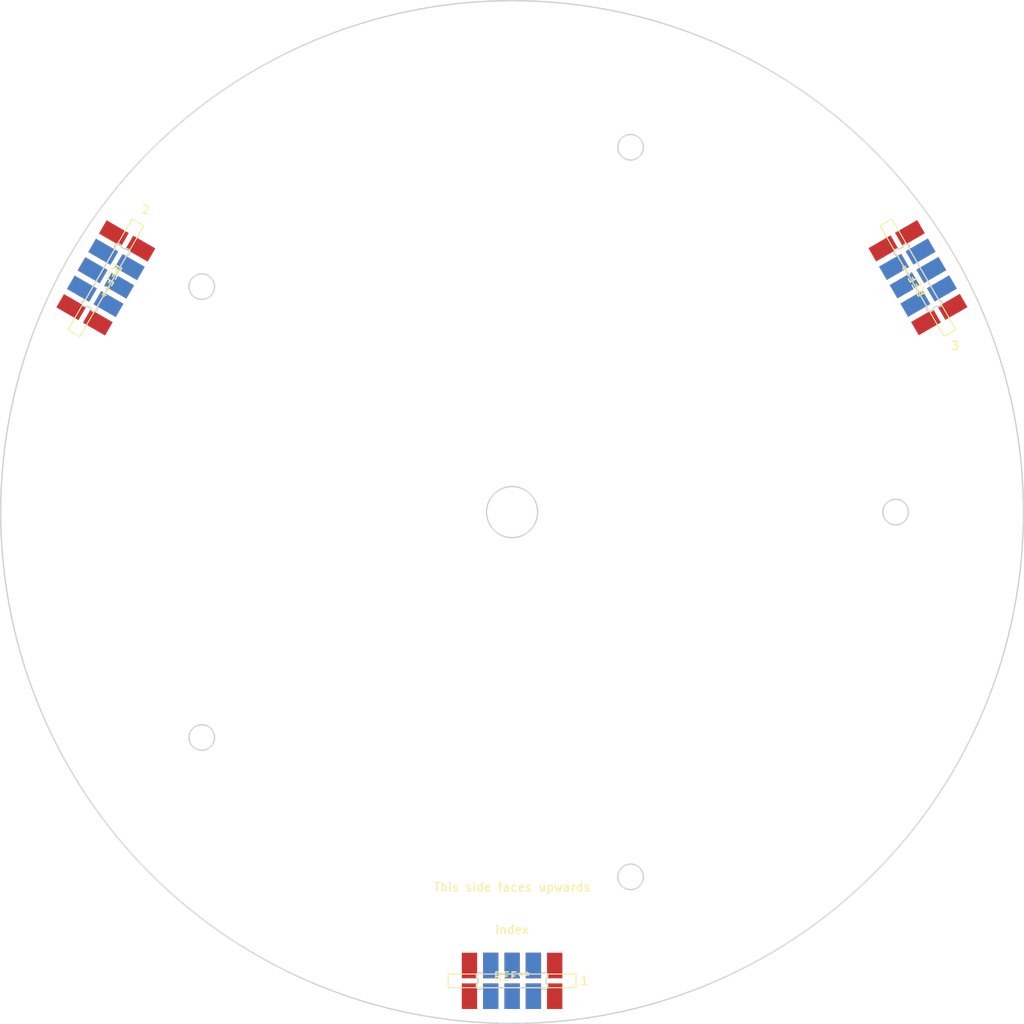
<source format=kicad_pcb>
(kicad_pcb (version 20200811) (host pcbnew "(5.99.0-2687-geae739d98)")

  (general
    (thickness 1.6)
    (drawings 36)
    (tracks 0)
    (modules 3)
    (nets 1)
  )

  (paper "A4")
  (layers
    (0 "F.Cu" signal)
    (31 "B.Cu" signal)
    (32 "B.Adhes" user)
    (33 "F.Adhes" user)
    (34 "B.Paste" user)
    (35 "F.Paste" user)
    (36 "B.SilkS" user)
    (37 "F.SilkS" user)
    (38 "B.Mask" user)
    (39 "F.Mask" user)
    (40 "Dwgs.User" user)
    (41 "Cmts.User" user)
    (42 "Eco1.User" user)
    (43 "Eco2.User" user)
    (44 "Edge.Cuts" user)
    (45 "Margin" user)
    (46 "B.CrtYd" user)
    (47 "F.CrtYd" user)
    (48 "B.Fab" user)
    (49 "F.Fab" user)
  )

  (setup
    (grid_origin 150 100)
    (pcbplotparams
      (layerselection 0x010fc_ffffffff)
      (usegerberextensions false)
      (usegerberattributes true)
      (usegerberadvancedattributes true)
      (creategerberjobfile true)
      (svguseinch false)
      (svgprecision 6)
      (excludeedgelayer true)
      (linewidth 0.100000)
      (plotframeref false)
      (viasonmask false)
      (mode 1)
      (useauxorigin false)
      (hpglpennumber 1)
      (hpglpenspeed 20)
      (hpglpendiameter 15.000000)
      (psnegative false)
      (psa4output false)
      (plotreference true)
      (plotvalue true)
      (plotinvisibletext false)
      (sketchpadsonfab false)
      (subtractmaskfromsilk false)
      (outputformat 1)
      (mirror false)
      (drillshape 1)
      (scaleselection 1)
      (outputdirectory "")
    )
  )

  (net 0 "")

  (module "common_footprints:8mm_base" (layer "F.Cu") (tedit 5F75A806) (tstamp 6c58a0f3-800e-4f6c-a1ac-f21b7efb9ca5)
    (at 102.338846 72.525064 -120)
    (fp_text reference "REF**" (at 0 -0.5 -120 unlocked) (layer "F.SilkS")
      (effects (font (size 1 1) (thickness 0.15)))
      (tstamp 7c43e2f6-e384-4229-bae8-33aa1a91ea65)
    )
    (fp_text value "8mm_base" (at 0 1 -120 unlocked) (layer "F.Fab")
      (effects (font (size 1 1) (thickness 0.15)))
      (tstamp e57389ab-a6cf-4936-879a-654a98dc04aa)
    )
    (fp_rect (start 7.5 -0.8) (end -7.5 0.8) (layer "F.SilkS") (width 0.12) (tstamp 3959c011-4997-4e80-939b-d4ca674a947f))
    (fp_rect (start -4 0.8) (end 4 -0.8) (layer "Dwgs.User") (width 0.1) (tstamp c4b8d671-aeb1-4ef0-8940-6abfbae0ba4a))
    (pad "1" smd rect (at -5 1.8 240) (size 1.8 3) (layers "F.Cu" "F.Mask") (tstamp 811e3ee4-e415-4b8a-b0cb-743c83da9ad4))
    (pad "2" smd rect (at -2.5 1.8 240) (size 1.8 3) (layers "F.Cu" "F.Mask") (tstamp 2387ba1d-6d7e-4400-9c66-6928052d9607))
    (pad "3" smd rect (at 0 1.8 240) (size 1.8 3) (layers "F.Cu" "F.Mask") (tstamp 3956eb73-cd6f-4091-ae77-c52a877962ac))
    (pad "4" smd rect (at 2.5 1.8 240) (size 1.8 3) (layers "F.Cu" "F.Mask") (tstamp e14908cc-fe82-4e62-86f4-9e5d3d365740))
    (pad "5" smd rect (at 5 1.8 240) (size 1.8 3) (layers "F.Cu" "F.Mask") (tstamp 4b90ec6b-61d6-409f-b6a3-1b659c167bc7))
    (pad "6" smd rect (at 5 -1.8 240) (size 1.8 3) (layers "F.Cu" "F.Mask") (tstamp e116f984-feba-4874-aa1d-7bc1f5e6efff))
    (pad "7" smd rect (at 2.5 -1.8 240) (size 1.8 3) (layers "F.Cu" "F.Mask") (tstamp 49ec4d47-bd91-423f-bf2e-7c34460c8b8c))
    (pad "8" smd rect (at 0 -1.8 240) (size 1.8 3) (layers "F.Cu" "F.Mask") (tstamp a92eb6dd-d348-4a69-b6b4-4498094f1bcb))
    (pad "9" smd rect (at -2.5 -1.8 240) (size 1.8 3) (layers "F.Cu" "F.Mask") (tstamp 0e12a9e1-c991-4af4-bf8a-13764d4e7e94))
    (pad "10" smd rect (at -5 -1.8 240) (size 1.8 3) (layers "F.Cu" "F.Mask") (tstamp f56243ac-0770-4dae-a43f-1426aeed22f1))
    (pad "11" smd rect (at -2.5 1.8 240) (size 1.8 3) (layers "B.Cu" "B.Mask")
      (solder_mask_margin 0.1) (tstamp d1a3fa65-6038-419d-afde-027055c35b43))
    (pad "12" smd rect (at 0 1.8 240) (size 1.8 3) (layers "B.Cu" "B.Mask")
      (solder_mask_margin 0.1) (tstamp 8b8581fa-fbc0-49e4-af3b-7e4d7ab14652))
    (pad "13" smd rect (at 2.5 1.8 240) (size 1.8 3) (layers "B.Cu" "B.Mask")
      (solder_mask_margin 0.1) (tstamp 67585816-3cba-44d6-853c-6e24e2859e7f))
    (pad "14" smd rect (at 2.5 -1.8 240) (size 1.8 3) (layers "B.Cu" "B.Mask")
      (solder_mask_margin 0.1) (tstamp 4c8be980-dc28-47e7-8af5-83202d040349))
    (pad "15" smd rect (at 0 -1.8 240) (size 1.8 3) (layers "B.Cu" "B.Mask")
      (solder_mask_margin 0.1) (tstamp fca793e8-9c1f-460b-8863-31bab04ee4e4))
    (pad "16" smd rect (at -2.5 -1.8 240) (size 1.8 3) (layers "B.Cu" "B.Mask")
      (solder_mask_margin 0.1) (tstamp 2619f8e9-ee32-4643-8bdd-704e0e787bde))
  )

  (module "common_footprints:8mm_base" (layer "F.Cu") (tedit 5F75A806) (tstamp 79bee6c2-af14-4dc6-8fe9-3d6485e13a7e)
    (at 197.621154 72.494936 120)
    (fp_text reference "REF**" (at 0 -0.5 120 unlocked) (layer "F.SilkS")
      (effects (font (size 1 1) (thickness 0.15)))
      (tstamp 67aa7563-a08d-4173-abe8-752caa4d8028)
    )
    (fp_text value "8mm_base" (at 0 1 120 unlocked) (layer "F.Fab")
      (effects (font (size 1 1) (thickness 0.15)))
      (tstamp 540423ec-a331-4ae5-810a-4cd0bd17b6b2)
    )
    (fp_rect (start 7.5 -0.8) (end -7.5 0.8) (layer "F.SilkS") (width 0.12) (tstamp fe2ba4ae-74c9-4d67-b372-045fc1552fc5))
    (fp_rect (start -4 0.8) (end 4 -0.8) (layer "Dwgs.User") (width 0.1) (tstamp f0124d86-5a9b-4306-970c-9480092494fb))
    (pad "1" smd rect (at -5 1.8 120) (size 1.8 3) (layers "F.Cu" "F.Mask") (tstamp 5760b77a-e0fd-4797-8fb5-d4ad8096a269))
    (pad "2" smd rect (at -2.5 1.8 120) (size 1.8 3) (layers "F.Cu" "F.Mask") (tstamp 69f7a816-697e-49eb-bbc1-2d350377f67d))
    (pad "3" smd rect (at 0 1.8 120) (size 1.8 3) (layers "F.Cu" "F.Mask") (tstamp 0b114ec8-7204-411d-b5be-d486841db43b))
    (pad "4" smd rect (at 2.5 1.8 120) (size 1.8 3) (layers "F.Cu" "F.Mask") (tstamp 8dbd32ef-2666-46d7-b289-2ec37f4d3310))
    (pad "5" smd rect (at 5 1.8 120) (size 1.8 3) (layers "F.Cu" "F.Mask") (tstamp 898b6de5-e100-43cb-914d-5ae15d63389d))
    (pad "6" smd rect (at 5 -1.8 120) (size 1.8 3) (layers "F.Cu" "F.Mask") (tstamp e09711ad-af2f-4d1b-8c18-cd2dd9b1ecbe))
    (pad "7" smd rect (at 2.5 -1.8 120) (size 1.8 3) (layers "F.Cu" "F.Mask") (tstamp 8eab3a46-229a-4ca7-b6a0-14bfdf0a9cd4))
    (pad "8" smd rect (at 0 -1.8 120) (size 1.8 3) (layers "F.Cu" "F.Mask") (tstamp f7932a63-5c93-46e8-9add-4454380463a0))
    (pad "9" smd rect (at -2.5 -1.8 120) (size 1.8 3) (layers "F.Cu" "F.Mask") (tstamp cefedc61-dbb3-4275-9ada-7dc839a9cdb6))
    (pad "10" smd rect (at -5 -1.8 120) (size 1.8 3) (layers "F.Cu" "F.Mask") (tstamp a563da12-cf29-42c7-99e8-4b2e3acc76ae))
    (pad "11" smd rect (at -2.5 1.8 120) (size 1.8 3) (layers "B.Cu" "B.Mask")
      (solder_mask_margin 0.1) (tstamp ff892f00-1abb-4cae-8bee-b372f5ac4e2c))
    (pad "12" smd rect (at 0 1.8 120) (size 1.8 3) (layers "B.Cu" "B.Mask")
      (solder_mask_margin 0.1) (tstamp 8bc863cd-4338-4a08-a2fd-f324c43b8491))
    (pad "13" smd rect (at 2.5 1.8 120) (size 1.8 3) (layers "B.Cu" "B.Mask")
      (solder_mask_margin 0.1) (tstamp 36b20ff6-7435-4c21-93e8-1b4aa16a7459))
    (pad "14" smd rect (at 2.5 -1.8 120) (size 1.8 3) (layers "B.Cu" "B.Mask")
      (solder_mask_margin 0.1) (tstamp b2af4654-f23a-4a3c-b9f7-5d1b0bed13d7))
    (pad "15" smd rect (at 0 -1.8 120) (size 1.8 3) (layers "B.Cu" "B.Mask")
      (solder_mask_margin 0.1) (tstamp 2c9f7673-d4dd-4558-bb65-2949d8e5f327))
    (pad "16" smd rect (at -2.5 -1.8 120) (size 1.8 3) (layers "B.Cu" "B.Mask")
      (solder_mask_margin 0.1) (tstamp f9999b5c-5ba4-4f48-8c82-d845ea28364a))
  )

  (module "common_footprints:8mm_base" (layer "F.Cu") (tedit 5F75A806) (tstamp c2ba18fe-9030-485a-9b3c-eec7e1148c03)
    (at 150 155)
    (fp_text reference "REF**" (at 0 -0.5 unlocked) (layer "F.SilkS")
      (effects (font (size 1 1) (thickness 0.15)))
      (tstamp b48b2bfd-a1b1-4333-a131-9e941de3ee3a)
    )
    (fp_text value "8mm_base" (at 0 1 unlocked) (layer "F.Fab")
      (effects (font (size 1 1) (thickness 0.15)))
      (tstamp 6f1ceed2-097c-484c-bc61-527809cc9c75)
    )
    (fp_rect (start 7.5 -0.8) (end -7.5 0.8) (layer "F.SilkS") (width 0.12) (tstamp 9029a2dd-95d7-4f29-8c02-7093cec0d268))
    (fp_rect (start -4 0.8) (end 4 -0.8) (layer "Dwgs.User") (width 0.1) (tstamp 3974f20e-8b98-4eb2-8c88-46edbcf6e688))
    (pad "1" smd rect (at -5 1.8) (size 1.8 3) (layers "F.Cu" "F.Mask") (tstamp 2fec7686-9208-462c-b2e7-09d9e7f83b3f))
    (pad "2" smd rect (at -2.5 1.8) (size 1.8 3) (layers "F.Cu" "F.Mask") (tstamp 9ae73742-cc73-46c9-8da4-dec4bf200ca1))
    (pad "3" smd rect (at 0 1.8) (size 1.8 3) (layers "F.Cu" "F.Mask") (tstamp 8ee21e78-4e38-4f2c-a236-ea0bae0c1228))
    (pad "4" smd rect (at 2.5 1.8) (size 1.8 3) (layers "F.Cu" "F.Mask") (tstamp 77119b26-39cb-4d07-a1d6-a925b50ca9cd))
    (pad "5" smd rect (at 5 1.8) (size 1.8 3) (layers "F.Cu" "F.Mask") (tstamp 7b03a213-a2bb-4d4b-96bc-91fccdab292a))
    (pad "6" smd rect (at 5 -1.8) (size 1.8 3) (layers "F.Cu" "F.Mask") (tstamp 7e6640c4-db44-46f9-b70e-90c9a33873e3))
    (pad "7" smd rect (at 2.5 -1.8) (size 1.8 3) (layers "F.Cu" "F.Mask") (tstamp 4f4d1d83-ebfc-4b11-b99c-bca2060ebf85))
    (pad "8" smd rect (at 0 -1.8) (size 1.8 3) (layers "F.Cu" "F.Mask") (tstamp b7ae5aa2-9e17-4999-95f7-2fe04f52017a))
    (pad "9" smd rect (at -2.5 -1.8) (size 1.8 3) (layers "F.Cu" "F.Mask") (tstamp 2776d8db-51d3-453b-9294-e1b5c188d07d))
    (pad "10" smd rect (at -5 -1.8) (size 1.8 3) (layers "F.Cu" "F.Mask") (tstamp 7d04073e-1344-4a38-8b62-e0bc96acb451))
    (pad "11" smd rect (at -2.5 1.8) (size 1.8 3) (layers "B.Cu" "B.Mask")
      (solder_mask_margin 0.1) (tstamp 7763ec77-e227-469f-91bd-0e2d422809f1))
    (pad "12" smd rect (at 0 1.8) (size 1.8 3) (layers "B.Cu" "B.Mask")
      (solder_mask_margin 0.1) (tstamp 49d4c3ce-8952-4145-b5e5-61010f081bd5))
    (pad "13" smd rect (at 2.5 1.8) (size 1.8 3) (layers "B.Cu" "B.Mask")
      (solder_mask_margin 0.1) (tstamp cd5df73c-85d9-4fa2-a8b3-707a7347948d))
    (pad "14" smd rect (at 2.5 -1.8) (size 1.8 3) (layers "B.Cu" "B.Mask")
      (solder_mask_margin 0.1) (tstamp 11d2a11d-2777-4251-bf99-87694a1a5c3b))
    (pad "15" smd rect (at 0 -1.8) (size 1.8 3) (layers "B.Cu" "B.Mask")
      (solder_mask_margin 0.1) (tstamp a0813388-0b6e-4ab3-816c-38a2d84120d8))
    (pad "16" smd rect (at -2.5 -1.8) (size 1.8 3) (layers "B.Cu" "B.Mask")
      (solder_mask_margin 0.1) (tstamp 7ca162a6-26ce-4597-881b-92fa5d28d6a1))
  )

  (gr_line (start 196.597 69.109) (end 200.051 75.091) (angle 90) (layer "Edge.Cuts") (width 0.16) (tstamp 009f4c3a-81e8-4467-be10-aaee602ede3a))
  (gr_arc (start 103.749 68.909) (end 104.149 68.909) (angle -210) (layer "Edge.Cuts") (width 0.16) (tstamp 08c19962-4300-4359-bc5d-24e5e042b612))
  (gr_arc (start 153.8 155.6) (end 153.454 155.8) (angle -210) (layer "Edge.Cuts") (width 0.16) (tstamp 0ce0df81-e39a-4886-a77c-74a43cc2e311))
  (gr_circle (center 195 100) (end 193.5 100) (layer "Edge.Cuts") (width 0.16) (tstamp 0dd87628-9cb1-4459-ad90-d666dec7d38c))
  (gr_arc (start 104.788 69.509) (end 104.788 69.909) (angle -210) (layer "Edge.Cuts") (width 0.16) (tstamp 0fad9e53-908d-4631-9a60-161e4798ee40))
  (gr_line (start 100.588 76.091) (end 100.149 75.837) (angle 90) (layer "Edge.Cuts") (width 0.16) (tstamp 11e064cc-b05e-4b79-8000-0b5acec7cad7))
  (gr_circle (center 150 100) (end 90 100) (layer "Edge.Cuts") (width 0.16) (tstamp 27da73af-7237-4b0f-8fc1-da34b07631b0))
  (gr_line (start 146 154.746) (end 146 155.254) (angle 90) (layer "Edge.Cuts") (width 0.16) (tstamp 28565b0c-9714-48fe-aa50-7a214c0a3079))
  (gr_circle (center 163.906 57.202) (end 162.406 57.202) (layer "Edge.Cuts") (width 0.16) (tstamp 5727152b-4cf1-4e80-aa76-7c462b862b26))
  (gr_line (start 195.412 69.163) (end 195.851 68.909) (angle 90) (layer "Edge.Cuts") (width 0.16) (tstamp 57ca0ad0-dccb-4769-80cb-de27d5a9408c))
  (gr_line (start 153.454 154.2) (end 146.546 154.2) (angle 90) (layer "Edge.Cuts") (width 0.16) (tstamp 5a486702-6b80-47b3-91cf-414aa5956730))
  (gr_arc (start 100.988 76.091) (end 100.588 76.091) (angle -210) (layer "Edge.Cuts") (width 0.16) (tstamp 68388e4e-ba6b-4e9c-b7b5-863db7923b5a))
  (gr_circle (center 163.906 142.798) (end 162.406 142.798) (layer "Edge.Cuts") (width 0.16) (tstamp 69d40e18-9782-44e2-b502-5e05f38faff1))
  (gr_circle (center 113.594 126.45) (end 112.094 126.45) (layer "Edge.Cuts") (width 0.16) (tstamp 747f716b-8180-4bc5-9537-1c939f6ee89f))
  (gr_arc (start 199.012 76.091) (end 198.665 75.891) (angle -210) (layer "Edge.Cuts") (width 0.16) (tstamp 75131155-2c56-48f9-b650-4320ead14780))
  (gr_line (start 195.212 69.909) (end 198.665 75.891) (angle 90) (layer "Edge.Cuts") (width 0.16) (tstamp 7ccc2921-4952-4dc2-96a6-d1325ad6a170))
  (gr_arc (start 99.949 75.491) (end 99.949 75.091) (angle -210) (layer "Edge.Cuts") (width 0.16) (tstamp 7ec11527-7262-4bb4-8b2e-8207d69bddca))
  (gr_line (start 154 154.746) (end 154 155.254) (angle 90) (layer "Edge.Cuts") (width 0.16) (tstamp 8ad726f6-eeb9-4878-a786-0aabbe3d1d3d))
  (gr_circle (center 150 100) (end 147 100) (layer "Edge.Cuts") (width 0.16) (tstamp 8e83ae77-b05b-4c15-89e2-6d6d2b038e76))
  (gr_arc (start 196.251 68.909) (end 196.597 69.109) (angle -210) (layer "Edge.Cuts") (width 0.16) (tstamp 942bc783-d2e8-46ba-8eee-7514de43ce13))
  (gr_line (start 199.412 76.091) (end 199.851 75.837) (angle 90) (layer "Edge.Cuts") (width 0.16) (tstamp b401dc48-9dde-40a7-aa6d-d1e90ab9aca3))
  (gr_arc (start 153.8 154.4) (end 154 154.746) (angle -210) (layer "Edge.Cuts") (width 0.16) (tstamp bfe76ac1-5e71-48e7-8b34-49efd0a00a5a))
  (gr_circle (center 113.594 73.55) (end 112.094 73.55) (layer "Edge.Cuts") (width 0.16) (tstamp c171294a-f638-4303-891d-ff2f9e204bad))
  (gr_line (start 101.335 75.891) (end 104.788 69.909) (angle 90) (layer "Edge.Cuts") (width 0.16) (tstamp ca1f42b1-aa0b-4079-bbeb-5aead24fabd9))
  (gr_arc (start 195.212 69.509) (end 195.412 69.163) (angle -210) (layer "Edge.Cuts") (width 0.16) (tstamp cd9659b8-e581-4cf8-8548-0232b9076e62))
  (gr_arc (start 200.051 75.491) (end 199.851 75.837) (angle -210) (layer "Edge.Cuts") (width 0.16) (tstamp cde42b1c-9f01-40a4-84f3-fbacf5ccad30))
  (gr_line (start 99.949 75.091) (end 103.403 69.109) (angle 90) (layer "Edge.Cuts") (width 0.16) (tstamp d46cdc3d-5f4e-4c17-8a54-b49a00a3ee6b))
  (gr_arc (start 146.2 154.4) (end 146.546 154.2) (angle -210) (layer "Edge.Cuts") (width 0.16) (tstamp dbadaec7-ba1b-4770-a9c8-d94cf8a20edf))
  (gr_line (start 153.454 155.8) (end 146.546 155.8) (angle 90) (layer "Edge.Cuts") (width 0.16) (tstamp e8e55a62-97f5-4fd8-afa3-40b7a91dce06))
  (gr_arc (start 146.2 155.6) (end 146 155.254) (angle -210) (layer "Edge.Cuts") (width 0.16) (tstamp eaadbf76-b18f-49d4-bbbd-98ee2f2307e7))
  (gr_line (start 104.588 69.163) (end 104.149 68.909) (angle 90) (layer "Edge.Cuts") (width 0.16) (tstamp fc01dc19-4112-4ae6-9ce4-0cefbde742ac))
  (gr_text "3" (at 202 80.5) (layer "F.SilkS") (tstamp 1529e66e-5a32-4bb9-8fdc-87962dbe1e5b)
    (effects (font (size 1 1) (thickness 0.15)))
  )
  (gr_text "This side faces upwards" (at 150 144) (layer "F.SilkS") (tstamp 4bc70fd9-a2f5-44f1-9cb2-24eed971780b)
    (effects (font (size 1 1) (thickness 0.15)))
  )
  (gr_text "Index" (at 150 149) (layer "F.SilkS") (tstamp b782d5b0-5eba-425e-af6b-51c0fe61adf0)
    (effects (font (size 1 1) (thickness 0.15)))
  )
  (gr_text "1" (at 158.5 155) (layer "F.SilkS") (tstamp e616e787-aad5-466a-80bd-017bfe6fd9c8)
    (effects (font (size 1 1) (thickness 0.15)))
  )
  (gr_text "2" (at 107 64.5) (layer "F.SilkS") (tstamp e9d757cc-e743-48c2-98e6-1741f0678294)
    (effects (font (size 1 1) (thickness 0.15)))
  )

)

</source>
